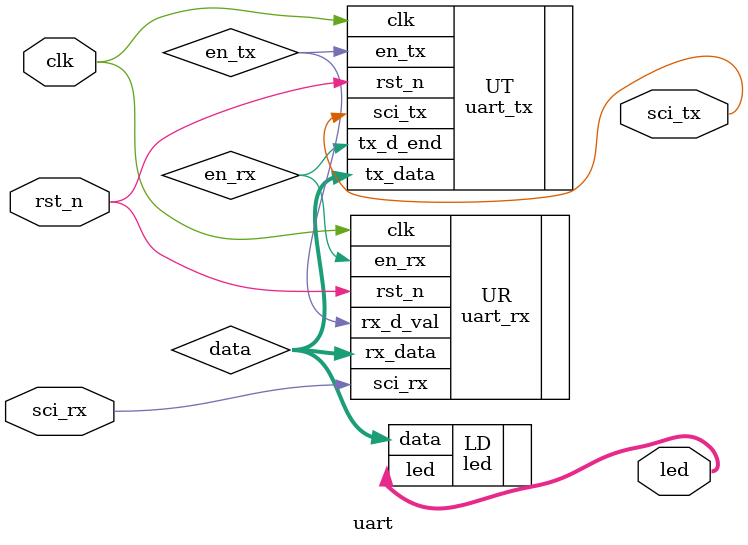
<source format=v>
module uart(
    clk, rst_n, sci_rx,
    sci_tx, led
);

input clk, rst_n, sci_rx;

output sci_tx;
output [7:0] led;

wire [7:0] data;
wire en_tx;
wire en_rx;

uart_rx UR(
    .clk(clk), 
    .rst_n(rst_n), 
    .sci_rx(sci_rx),
    .en_rx(en_rx),

    .rx_data(data), 
    .rx_d_val(en_tx)
);

uart_tx UT(
    .clk(clk), 
    .rst_n(rst_n), 
    .tx_data(data),
    .en_tx(en_tx),

    .sci_tx(sci_tx),
    .tx_d_end(en_rx)
);

led LD(
    .data(data),
    .led(led)
);

endmodule
</source>
